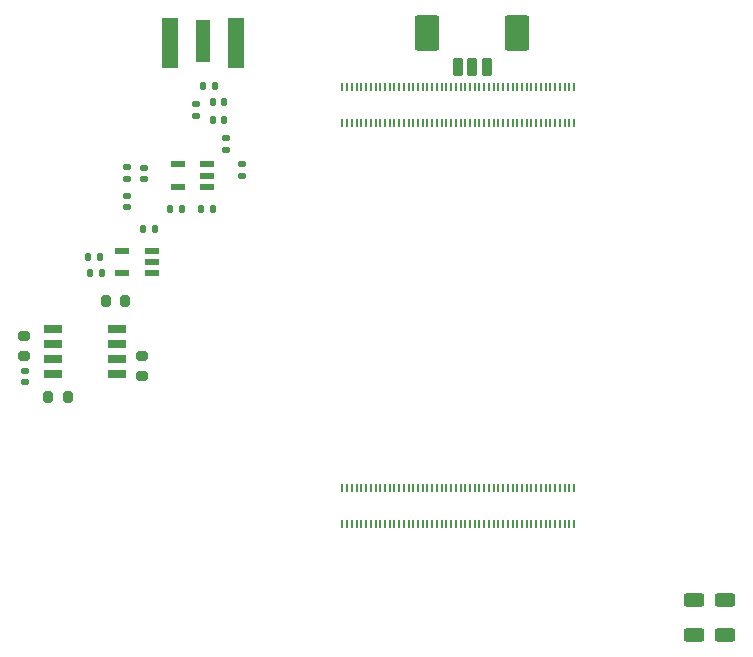
<source format=gbr>
%TF.GenerationSoftware,KiCad,Pcbnew,(5.99.0-3851-g809f4c2ffb)*%
%TF.CreationDate,2020-11-30T00:42:52+00:00*%
%TF.ProjectId,CM4,434d342e-6b69-4636-9164-5f7063625858,rev?*%
%TF.SameCoordinates,Original*%
%TF.FileFunction,Paste,Bot*%
%TF.FilePolarity,Positive*%
%FSLAX46Y46*%
G04 Gerber Fmt 4.6, Leading zero omitted, Abs format (unit mm)*
G04 Created by KiCad (PCBNEW (5.99.0-3851-g809f4c2ffb)) date 2020-11-30 00:42:52*
%MOMM*%
%LPD*%
G01*
G04 APERTURE LIST*
G04 Aperture macros list*
%AMRoundRect*
0 Rectangle with rounded corners*
0 $1 Rounding radius*
0 $2 $3 $4 $5 $6 $7 $8 $9 X,Y pos of 4 corners*
0 Add a 4 corners polygon primitive as box body*
4,1,4,$2,$3,$4,$5,$6,$7,$8,$9,$2,$3,0*
0 Add four circle primitives for the rounded corners*
1,1,$1+$1,$2,$3,0*
1,1,$1+$1,$4,$5,0*
1,1,$1+$1,$6,$7,0*
1,1,$1+$1,$8,$9,0*
0 Add four rect primitives between the rounded corners*
20,1,$1+$1,$2,$3,$4,$5,0*
20,1,$1+$1,$4,$5,$6,$7,0*
20,1,$1+$1,$6,$7,$8,$9,0*
20,1,$1+$1,$8,$9,$2,$3,0*%
G04 Aperture macros list end*
%ADD10RoundRect,0.250000X0.625000X-0.312500X0.625000X0.312500X-0.625000X0.312500X-0.625000X-0.312500X0*%
%ADD11RoundRect,0.135000X0.185000X-0.135000X0.185000X0.135000X-0.185000X0.135000X-0.185000X-0.135000X0*%
%ADD12RoundRect,0.200000X-0.200000X-0.600000X0.200000X-0.600000X0.200000X0.600000X-0.200000X0.600000X0*%
%ADD13RoundRect,0.250001X-0.799999X-1.249999X0.799999X-1.249999X0.799999X1.249999X-0.799999X1.249999X0*%
%ADD14RoundRect,0.135000X-0.185000X0.135000X-0.185000X-0.135000X0.185000X-0.135000X0.185000X0.135000X0*%
%ADD15RoundRect,0.140000X0.170000X-0.140000X0.170000X0.140000X-0.170000X0.140000X-0.170000X-0.140000X0*%
%ADD16RoundRect,0.140000X-0.140000X-0.170000X0.140000X-0.170000X0.140000X0.170000X-0.140000X0.170000X0*%
%ADD17RoundRect,0.135000X-0.135000X-0.185000X0.135000X-0.185000X0.135000X0.185000X-0.135000X0.185000X0*%
%ADD18RoundRect,0.140000X0.140000X0.170000X-0.140000X0.170000X-0.140000X-0.170000X0.140000X-0.170000X0*%
%ADD19R,1.525000X0.650000*%
%ADD20RoundRect,0.135000X0.135000X0.185000X-0.135000X0.185000X-0.135000X-0.185000X0.135000X-0.185000X0*%
%ADD21RoundRect,0.200000X-0.200000X-0.275000X0.200000X-0.275000X0.200000X0.275000X-0.200000X0.275000X0*%
%ADD22RoundRect,0.200000X0.275000X-0.200000X0.275000X0.200000X-0.275000X0.200000X-0.275000X-0.200000X0*%
%ADD23RoundRect,0.200000X-0.275000X0.200000X-0.275000X-0.200000X0.275000X-0.200000X0.275000X0.200000X0*%
%ADD24RoundRect,0.140000X-0.170000X0.140000X-0.170000X-0.140000X0.170000X-0.140000X0.170000X0.140000X0*%
%ADD25R,1.200000X0.600000*%
%ADD26R,0.200000X0.700000*%
%ADD27R,1.270000X3.600000*%
%ADD28R,1.350000X4.200000*%
G04 APERTURE END LIST*
D10*
%TO.C,R15*%
X134200000Y-131837500D03*
X134200000Y-134762500D03*
%TD*%
D11*
%TO.C,R3*%
X86200000Y-95180000D03*
X86200000Y-96200000D03*
%TD*%
D12*
%TO.C,J5*%
X114150000Y-86700000D03*
X115400000Y-86700000D03*
X116650000Y-86700000D03*
D13*
X119200000Y-83800000D03*
X111600000Y-83800000D03*
%TD*%
D14*
%TO.C,R2*%
X94500000Y-93710000D03*
X94500000Y-92690000D03*
%TD*%
D15*
%TO.C,C1*%
X86200000Y-97620000D03*
X86200000Y-98580000D03*
%TD*%
D16*
%TO.C,C2*%
X93420000Y-89700000D03*
X94380000Y-89700000D03*
%TD*%
D17*
%TO.C,R8*%
X82990000Y-104100000D03*
X84010000Y-104100000D03*
%TD*%
D14*
%TO.C,R6*%
X92000000Y-90810000D03*
X92000000Y-89790000D03*
%TD*%
D15*
%TO.C,C5*%
X77500000Y-112420000D03*
X77500000Y-113380000D03*
%TD*%
D18*
%TO.C,C4*%
X94380000Y-91200000D03*
X93420000Y-91200000D03*
%TD*%
D19*
%TO.C,IC3*%
X79888000Y-112705000D03*
X79888000Y-111435000D03*
X79888000Y-110165000D03*
X79888000Y-108895000D03*
X85312000Y-108895000D03*
X85312000Y-110165000D03*
X85312000Y-111435000D03*
X85312000Y-112705000D03*
%TD*%
D10*
%TO.C,R16*%
X136800000Y-131837500D03*
X136800000Y-134762500D03*
%TD*%
D20*
%TO.C,R1*%
X88510000Y-100400000D03*
X87490000Y-100400000D03*
%TD*%
D21*
%TO.C,R13*%
X84375000Y-106500000D03*
X86025000Y-106500000D03*
%TD*%
D20*
%TO.C,R9*%
X90810000Y-98700000D03*
X89790000Y-98700000D03*
%TD*%
D22*
%TO.C,R11*%
X77400000Y-109475000D03*
X77400000Y-111125000D03*
%TD*%
D20*
%TO.C,R10*%
X93410000Y-98700000D03*
X92390000Y-98700000D03*
%TD*%
D23*
%TO.C,R14*%
X87400000Y-112825000D03*
X87400000Y-111175000D03*
%TD*%
D24*
%TO.C,C3*%
X87600000Y-96180000D03*
X87600000Y-95220000D03*
%TD*%
D25*
%TO.C,IC1*%
X88250000Y-102250000D03*
X88250000Y-103200000D03*
X88250000Y-104150000D03*
X85750000Y-104150000D03*
X85750000Y-102250000D03*
%TD*%
%TO.C,IC2*%
X92950000Y-94950000D03*
X92950000Y-95900000D03*
X92950000Y-96850000D03*
X90450000Y-96850000D03*
X90450000Y-94950000D03*
%TD*%
D20*
%TO.C,R4*%
X93610000Y-88300000D03*
X92590000Y-88300000D03*
%TD*%
D26*
%TO.C,Module1*%
X104400000Y-88400000D03*
X104400000Y-91480000D03*
X104800000Y-88400000D03*
X104800000Y-91480000D03*
X105200000Y-88400000D03*
X105200000Y-91480000D03*
X105600000Y-88400000D03*
X105600000Y-91480000D03*
X106000000Y-88400000D03*
X106000000Y-91480000D03*
X106400000Y-88400000D03*
X106400000Y-91480000D03*
X106800000Y-88400000D03*
X106800000Y-91480000D03*
X107200000Y-88400000D03*
X107200000Y-91480000D03*
X107600000Y-88400000D03*
X107600000Y-91480000D03*
X108000000Y-88400000D03*
X108000000Y-91480000D03*
X108400000Y-88400000D03*
X108400000Y-91480000D03*
X108800000Y-88400000D03*
X108800000Y-91480000D03*
X109200000Y-88400000D03*
X109200000Y-91480000D03*
X109600000Y-88400000D03*
X109600000Y-91480000D03*
X110000000Y-88400000D03*
X110000000Y-91480000D03*
X110400000Y-88400000D03*
X110400000Y-91480000D03*
X110800000Y-88400000D03*
X110800000Y-91480000D03*
X111200000Y-88400000D03*
X111200000Y-91480000D03*
X111600000Y-88400000D03*
X111600000Y-91480000D03*
X112000000Y-88400000D03*
X112000000Y-91480000D03*
X112400000Y-88400000D03*
X112400000Y-91480000D03*
X112800000Y-88400000D03*
X112800000Y-91480000D03*
X113200000Y-88400000D03*
X113200000Y-91480000D03*
X113600000Y-88400000D03*
X113600000Y-91480000D03*
X114000000Y-88400000D03*
X114000000Y-91480000D03*
X114400000Y-88400000D03*
X114400000Y-91480000D03*
X114800000Y-88400000D03*
X114800000Y-91480000D03*
X115200000Y-88400000D03*
X115200000Y-91480000D03*
X115600000Y-88400000D03*
X115600000Y-91480000D03*
X116000000Y-88400000D03*
X116000000Y-91480000D03*
X116400000Y-88400000D03*
X116400000Y-91480000D03*
X116800000Y-88400000D03*
X116800000Y-91480000D03*
X117200000Y-88400000D03*
X117200000Y-91480000D03*
X117600000Y-88400000D03*
X117600000Y-91480000D03*
X118000000Y-88400000D03*
X118000000Y-91480000D03*
X118400000Y-88400000D03*
X118400000Y-91480000D03*
X118800000Y-88400000D03*
X118800000Y-91480000D03*
X119200000Y-88400000D03*
X119200000Y-91480000D03*
X119600000Y-88400000D03*
X119600000Y-91480000D03*
X120000000Y-88400000D03*
X120000000Y-91480000D03*
X120400000Y-88400000D03*
X120400000Y-91480000D03*
X120800000Y-88400000D03*
X120800000Y-91480000D03*
X121200000Y-88400000D03*
X121200000Y-91480000D03*
X121600000Y-88400000D03*
X121600000Y-91480000D03*
X122000000Y-88400000D03*
X122000000Y-91480000D03*
X122400000Y-88400000D03*
X122400000Y-91480000D03*
X122800000Y-88400000D03*
X122800000Y-91480000D03*
X123200000Y-88400000D03*
X123200000Y-91480000D03*
X123600000Y-88400000D03*
X123600000Y-91480000D03*
X124000000Y-88400000D03*
X124000000Y-91480000D03*
X104400000Y-122320000D03*
X104400000Y-125400000D03*
X104800000Y-122320000D03*
X104800000Y-125400000D03*
X105200000Y-122320000D03*
X105200000Y-125400000D03*
X105600000Y-122320000D03*
X105600000Y-125400000D03*
X106000000Y-122320000D03*
X106000000Y-125400000D03*
X106400000Y-122320000D03*
X106400000Y-125400000D03*
X106800000Y-122320000D03*
X106800000Y-125400000D03*
X107200000Y-122320000D03*
X107200000Y-125400000D03*
X107600000Y-122320000D03*
X107600000Y-125400000D03*
X108000000Y-122320000D03*
X108000000Y-125400000D03*
X108400000Y-122320000D03*
X108400000Y-125400000D03*
X108800000Y-122320000D03*
X108800000Y-125400000D03*
X109200000Y-122320000D03*
X109200000Y-125400000D03*
X109600000Y-122320000D03*
X109600000Y-125400000D03*
X110000000Y-122320000D03*
X110000000Y-125400000D03*
X110400000Y-122320000D03*
X110400000Y-125400000D03*
X110800000Y-122320000D03*
X110800000Y-125400000D03*
X111200000Y-122320000D03*
X111200000Y-125400000D03*
X111600000Y-122320000D03*
X111600000Y-125400000D03*
X112000000Y-122320000D03*
X112000000Y-125400000D03*
X112400000Y-122320000D03*
X112400000Y-125400000D03*
X112800000Y-122320000D03*
X112800000Y-125400000D03*
X113200000Y-122320000D03*
X113200000Y-125400000D03*
X113600000Y-122320000D03*
X113600000Y-125400000D03*
X114000000Y-122320000D03*
X114000000Y-125400000D03*
X114400000Y-122320000D03*
X114400000Y-125400000D03*
X114800000Y-122320000D03*
X114800000Y-125400000D03*
X115200000Y-122320000D03*
X115200000Y-125400000D03*
X115600000Y-122320000D03*
X115600000Y-125400000D03*
X116000000Y-122320000D03*
X116000000Y-125400000D03*
X116400000Y-122320000D03*
X116400000Y-125400000D03*
X116800000Y-122320000D03*
X116800000Y-125400000D03*
X117200000Y-122320000D03*
X117200000Y-125400000D03*
X117600000Y-122320000D03*
X117600000Y-125400000D03*
X118000000Y-122320000D03*
X118000000Y-125400000D03*
X118400000Y-122320000D03*
X118400000Y-125400000D03*
X118800000Y-122320000D03*
X118800000Y-125400000D03*
X119200000Y-122320000D03*
X119200000Y-125400000D03*
X119600000Y-122320000D03*
X119600000Y-125400000D03*
X120000000Y-122320000D03*
X120000000Y-125400000D03*
X120400000Y-122320000D03*
X120400000Y-125400000D03*
X120800000Y-122320000D03*
X120800000Y-125400000D03*
X121200000Y-122320000D03*
X121200000Y-125400000D03*
X121600000Y-122320000D03*
X121600000Y-125400000D03*
X122000000Y-122320000D03*
X122000000Y-125400000D03*
X122400000Y-122320000D03*
X122400000Y-125400000D03*
X122800000Y-122320000D03*
X122800000Y-125400000D03*
X123200000Y-122320000D03*
X123200000Y-125400000D03*
X123600000Y-122320000D03*
X123600000Y-125400000D03*
X124000000Y-122320000D03*
X124000000Y-125400000D03*
%TD*%
D14*
%TO.C,R5*%
X95900000Y-95910000D03*
X95900000Y-94890000D03*
%TD*%
D27*
%TO.C,J1*%
X92600000Y-84500000D03*
D28*
X89775000Y-84700000D03*
X95425000Y-84700000D03*
%TD*%
D21*
%TO.C,R12*%
X79475000Y-114600000D03*
X81125000Y-114600000D03*
%TD*%
D20*
%TO.C,R7*%
X83910000Y-102800000D03*
X82890000Y-102800000D03*
%TD*%
M02*

</source>
